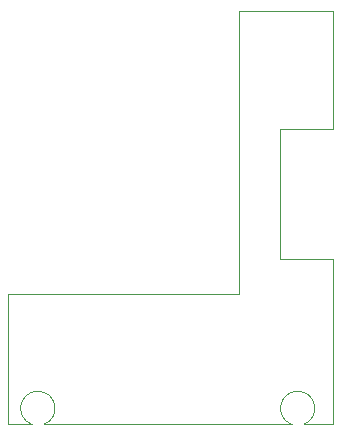
<source format=gbr>
G04 #@! TF.GenerationSoftware,KiCad,Pcbnew,(6.99.0-3982-g8d40bf25d6)*
G04 #@! TF.CreationDate,2022-10-20T10:42:08+02:00*
G04 #@! TF.ProjectId,test,74657374-2e6b-4696-9361-645f70636258,rev?*
G04 #@! TF.SameCoordinates,Original*
G04 #@! TF.FileFunction,Profile,NP*
%FSLAX46Y46*%
G04 Gerber Fmt 4.6, Leading zero omitted, Abs format (unit mm)*
G04 Created by KiCad (PCBNEW (6.99.0-3982-g8d40bf25d6)) date 2022-10-20 10:42:08*
%MOMM*%
%LPD*%
G01*
G04 APERTURE LIST*
G04 #@! TA.AperFunction,Profile*
%ADD10C,0.050000*%
G04 #@! TD*
G04 APERTURE END LIST*
D10*
X61290200Y-87934800D02*
X61290200Y-111887000D01*
X69291200Y-87934800D02*
X61290200Y-87934800D01*
X66794227Y-122934061D02*
G75*
G03*
X65750000Y-122934061I-522114J1354037D01*
G01*
X65750000Y-122934062D02*
X44794227Y-122934062D01*
X44794227Y-122934062D02*
G75*
G03*
X43750000Y-122934062I-522113J1354037D01*
G01*
X69265800Y-122936000D02*
X69265800Y-108940600D01*
X41783000Y-111887000D02*
X41783000Y-122936000D01*
X64744600Y-97942400D02*
X69291200Y-97942400D01*
X41783000Y-122936000D02*
X43750000Y-122934062D01*
X61290200Y-111887000D02*
X41783000Y-111887000D01*
X64744600Y-108940600D02*
X64744600Y-97942400D01*
X69291200Y-97942400D02*
X69291200Y-87934800D01*
X69265800Y-122936000D02*
X66794227Y-122934062D01*
X69265800Y-108940600D02*
X64744600Y-108940600D01*
M02*

</source>
